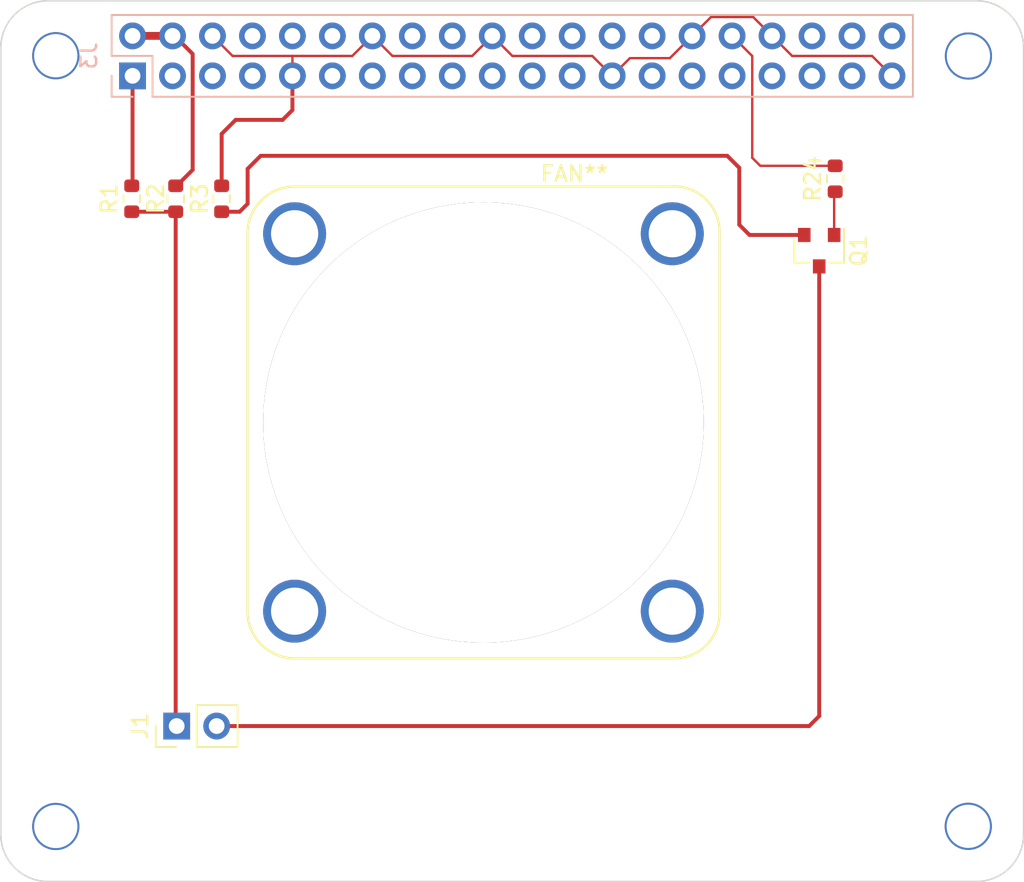
<source format=kicad_pcb>
(kicad_pcb (version 20171130) (host pcbnew "(5.1.9)-1")

  (general
    (thickness 1.6)
    (drawings 52)
    (tracks 55)
    (zones 0)
    (modules 12)
    (nets 37)
  )

  (page A4)
  (layers
    (0 F.Cu signal)
    (31 B.Cu signal)
    (32 B.Adhes user)
    (33 F.Adhes user)
    (34 B.Paste user)
    (35 F.Paste user)
    (36 B.SilkS user)
    (37 F.SilkS user)
    (38 B.Mask user)
    (39 F.Mask user)
    (40 Dwgs.User user)
    (41 Cmts.User user)
    (42 Eco1.User user)
    (43 Eco2.User user)
    (44 Edge.Cuts user)
    (45 Margin user)
    (46 B.CrtYd user)
    (47 F.CrtYd user)
    (48 B.Fab user)
    (49 F.Fab user)
  )

  (setup
    (last_trace_width 0.25)
    (user_trace_width 0.15)
    (user_trace_width 0.2)
    (user_trace_width 0.25)
    (user_trace_width 0.4)
    (user_trace_width 0.5)
    (user_trace_width 0.6)
    (user_trace_width 1)
    (user_trace_width 2)
    (trace_clearance 0.2)
    (zone_clearance 0.2)
    (zone_45_only yes)
    (trace_min 0.15)
    (via_size 0.4)
    (via_drill 0.2)
    (via_min_size 0.4)
    (via_min_drill 0.2)
    (uvia_size 0.3)
    (uvia_drill 0.1)
    (uvias_allowed no)
    (uvia_min_size 0.2)
    (uvia_min_drill 0.1)
    (edge_width 0.15)
    (segment_width 0.15)
    (pcb_text_width 0.3)
    (pcb_text_size 1.5 1.5)
    (mod_edge_width 0.15)
    (mod_text_size 0.6 0.6)
    (mod_text_width 0.09)
    (pad_size 1.524 1.524)
    (pad_drill 0.762)
    (pad_to_mask_clearance 0.1)
    (aux_axis_origin 0 0)
    (visible_elements 7FFFFE3F)
    (pcbplotparams
      (layerselection 0x010fc_ffffffff)
      (usegerberextensions true)
      (usegerberattributes false)
      (usegerberadvancedattributes false)
      (creategerberjobfile false)
      (excludeedgelayer false)
      (linewidth 0.100000)
      (plotframeref false)
      (viasonmask false)
      (mode 1)
      (useauxorigin false)
      (hpglpennumber 1)
      (hpglpenspeed 20)
      (hpglpendiameter 15.000000)
      (psnegative false)
      (psa4output false)
      (plotreference true)
      (plotvalue false)
      (plotinvisibletext false)
      (padsonsilk true)
      (subtractmaskfromsilk false)
      (outputformat 1)
      (mirror false)
      (drillshape 0)
      (scaleselection 1)
      (outputdirectory "output/"))
  )

  (net 0 "")
  (net 1 "Net-(Q1-Pad1)")
  (net 2 /P3V3_HAT)
  (net 3 /P5V_HAT)
  (net 4 "Net-(J1-Pad2)")
  (net 5 "Net-(J3-Pad3)")
  (net 6 "Net-(J3-Pad5)")
  (net 7 /GND)
  (net 8 "Net-(J3-Pad7)")
  (net 9 "Net-(J3-Pad8)")
  (net 10 "Net-(J3-Pad10)")
  (net 11 "Net-(J3-Pad11)")
  (net 12 "Net-(J3-Pad12)")
  (net 13 "Net-(J3-Pad13)")
  (net 14 "Net-(J3-Pad15)")
  (net 15 "Net-(J3-Pad16)")
  (net 16 "Net-(J3-Pad17)")
  (net 17 "Net-(J3-Pad18)")
  (net 18 "Net-(J3-Pad19)")
  (net 19 "Net-(J3-Pad21)")
  (net 20 "Net-(J3-Pad22)")
  (net 21 "Net-(J3-Pad23)")
  (net 22 "Net-(J3-Pad24)")
  (net 23 "Net-(J3-Pad26)")
  (net 24 "Net-(J3-Pad27)")
  (net 25 "Net-(J3-Pad28)")
  (net 26 "Net-(J3-Pad29)")
  (net 27 "Net-(J3-Pad31)")
  (net 28 /PWM0)
  (net 29 "Net-(J3-Pad33)")
  (net 30 "Net-(J3-Pad35)")
  (net 31 "Net-(J3-Pad36)")
  (net 32 "Net-(J3-Pad37)")
  (net 33 "Net-(J3-Pad38)")
  (net 34 "Net-(J3-Pad40)")
  (net 35 /Power)
  (net 36 "Net-(Q1-Pad2)")

  (net_class Default "This is the default net class."
    (clearance 0.2)
    (trace_width 0.15)
    (via_dia 0.4)
    (via_drill 0.2)
    (uvia_dia 0.3)
    (uvia_drill 0.1)
    (add_net /GND)
    (add_net /P3V3_HAT)
    (add_net /P5V_HAT)
    (add_net /PWM0)
    (add_net /Power)
    (add_net "Net-(J1-Pad2)")
    (add_net "Net-(J3-Pad10)")
    (add_net "Net-(J3-Pad11)")
    (add_net "Net-(J3-Pad12)")
    (add_net "Net-(J3-Pad13)")
    (add_net "Net-(J3-Pad15)")
    (add_net "Net-(J3-Pad16)")
    (add_net "Net-(J3-Pad17)")
    (add_net "Net-(J3-Pad18)")
    (add_net "Net-(J3-Pad19)")
    (add_net "Net-(J3-Pad21)")
    (add_net "Net-(J3-Pad22)")
    (add_net "Net-(J3-Pad23)")
    (add_net "Net-(J3-Pad24)")
    (add_net "Net-(J3-Pad26)")
    (add_net "Net-(J3-Pad27)")
    (add_net "Net-(J3-Pad28)")
    (add_net "Net-(J3-Pad29)")
    (add_net "Net-(J3-Pad3)")
    (add_net "Net-(J3-Pad31)")
    (add_net "Net-(J3-Pad33)")
    (add_net "Net-(J3-Pad35)")
    (add_net "Net-(J3-Pad36)")
    (add_net "Net-(J3-Pad37)")
    (add_net "Net-(J3-Pad38)")
    (add_net "Net-(J3-Pad40)")
    (add_net "Net-(J3-Pad5)")
    (add_net "Net-(J3-Pad7)")
    (add_net "Net-(J3-Pad8)")
    (add_net "Net-(Q1-Pad1)")
    (add_net "Net-(Q1-Pad2)")
  )

  (module FAN:FAN_3x3mm (layer F.Cu) (tedit 604B66B7) (tstamp 604BF73B)
    (at 97.22 75.63)
    (fp_text reference FAN** (at 17.78 -3.81) (layer F.SilkS)
      (effects (font (size 1 1) (thickness 0.15)))
    )
    (fp_text value FAN_3x3mm (at 10.16 -3.81) (layer F.Fab)
      (effects (font (size 1 1) (thickness 0.15)))
    )
    (fp_line (start 0 -3) (end 24 -3) (layer F.SilkS) (width 0.15))
    (fp_line (start 0 27) (end 24 27) (layer F.SilkS) (width 0.15))
    (fp_line (start -3 0) (end -3 24) (layer F.SilkS) (width 0.15))
    (fp_line (start 27 0) (end 27 24) (layer F.SilkS) (width 0.15))
    (fp_arc (start 0 23.997186) (end -3 24) (angle -89.9) (layer F.SilkS) (width 0.15))
    (fp_arc (start 24.13 24.13) (end 24.000001 26.999999) (angle -95.2) (layer F.SilkS) (width 0.15))
    (fp_arc (start 24.12425 -0.132691) (end 27 0) (angle -95.1) (layer F.SilkS) (width 0.15))
    (fp_arc (start 0 0) (end 0 -3) (angle -90) (layer F.SilkS) (width 0.15))
    (pad 5 thru_hole circle (at 12 12) (size 28 28) (drill 28) (layers *.Cu *.Mask))
    (pad 4 thru_hole circle (at 0 24) (size 4 4) (drill 3) (layers *.Cu *.Mask))
    (pad 3 thru_hole circle (at 24 24) (size 4 4) (drill 3) (layers *.Cu *.Mask))
    (pad 2 thru_hole circle (at 24 0) (size 4 4) (drill 3) (layers *.Cu *.Mask))
    (pad 1 thru_hole circle (at 0 0) (size 4 4) (drill 3) (layers *.Cu *.Mask))
  )

  (module Resistor_SMD:R_0603_1608Metric (layer F.Cu) (tedit 5F68FEEE) (tstamp 604BF27E)
    (at 92.583 73.406 270)
    (descr "Resistor SMD 0603 (1608 Metric), square (rectangular) end terminal, IPC_7351 nominal, (Body size source: IPC-SM-782 page 72, https://www.pcb-3d.com/wordpress/wp-content/uploads/ipc-sm-782a_amendment_1_and_2.pdf), generated with kicad-footprint-generator")
    (tags resistor)
    (path /604D1839)
    (attr smd)
    (fp_text reference R3 (at 0 1.397 90) (layer F.SilkS)
      (effects (font (size 1 1) (thickness 0.15)))
    )
    (fp_text value 0 (at 0 1.43 90) (layer F.Fab)
      (effects (font (size 1 1) (thickness 0.15)))
    )
    (fp_line (start 1.48 0.73) (end -1.48 0.73) (layer F.CrtYd) (width 0.05))
    (fp_line (start 1.48 -0.73) (end 1.48 0.73) (layer F.CrtYd) (width 0.05))
    (fp_line (start -1.48 -0.73) (end 1.48 -0.73) (layer F.CrtYd) (width 0.05))
    (fp_line (start -1.48 0.73) (end -1.48 -0.73) (layer F.CrtYd) (width 0.05))
    (fp_line (start -0.237258 0.5225) (end 0.237258 0.5225) (layer F.SilkS) (width 0.12))
    (fp_line (start -0.237258 -0.5225) (end 0.237258 -0.5225) (layer F.SilkS) (width 0.12))
    (fp_line (start 0.8 0.4125) (end -0.8 0.4125) (layer F.Fab) (width 0.1))
    (fp_line (start 0.8 -0.4125) (end 0.8 0.4125) (layer F.Fab) (width 0.1))
    (fp_line (start -0.8 -0.4125) (end 0.8 -0.4125) (layer F.Fab) (width 0.1))
    (fp_line (start -0.8 0.4125) (end -0.8 -0.4125) (layer F.Fab) (width 0.1))
    (fp_text user %R (at 0 0 90) (layer F.Fab)
      (effects (font (size 0.4 0.4) (thickness 0.06)))
    )
    (pad 2 smd roundrect (at 0.825 0 270) (size 0.8 0.95) (layers F.Cu F.Paste F.Mask) (roundrect_rratio 0.25)
      (net 36 "Net-(Q1-Pad2)"))
    (pad 1 smd roundrect (at -0.825 0 270) (size 0.8 0.95) (layers F.Cu F.Paste F.Mask) (roundrect_rratio 0.25)
      (net 7 /GND))
    (model ${KISYS3DMOD}/Resistor_SMD.3dshapes/R_0603_1608Metric.wrl
      (at (xyz 0 0 0))
      (scale (xyz 1 1 1))
      (rotate (xyz 0 0 0))
    )
  )

  (module Resistor_SMD:R_0603_1608Metric (layer F.Cu) (tedit 5F68FEEE) (tstamp 604BF373)
    (at 131.572 72.136 90)
    (descr "Resistor SMD 0603 (1608 Metric), square (rectangular) end terminal, IPC_7351 nominal, (Body size source: IPC-SM-782 page 72, https://www.pcb-3d.com/wordpress/wp-content/uploads/ipc-sm-782a_amendment_1_and_2.pdf), generated with kicad-footprint-generator")
    (tags resistor)
    (path /58E158A1)
    (attr smd)
    (fp_text reference R24 (at 0 -1.43 90) (layer F.SilkS)
      (effects (font (size 1 1) (thickness 0.15)))
    )
    (fp_text value 1K (at 0 1.43 90) (layer F.Fab)
      (effects (font (size 1 1) (thickness 0.15)))
    )
    (fp_line (start 1.48 0.73) (end -1.48 0.73) (layer F.CrtYd) (width 0.05))
    (fp_line (start 1.48 -0.73) (end 1.48 0.73) (layer F.CrtYd) (width 0.05))
    (fp_line (start -1.48 -0.73) (end 1.48 -0.73) (layer F.CrtYd) (width 0.05))
    (fp_line (start -1.48 0.73) (end -1.48 -0.73) (layer F.CrtYd) (width 0.05))
    (fp_line (start -0.237258 0.5225) (end 0.237258 0.5225) (layer F.SilkS) (width 0.12))
    (fp_line (start -0.237258 -0.5225) (end 0.237258 -0.5225) (layer F.SilkS) (width 0.12))
    (fp_line (start 0.8 0.4125) (end -0.8 0.4125) (layer F.Fab) (width 0.1))
    (fp_line (start 0.8 -0.4125) (end 0.8 0.4125) (layer F.Fab) (width 0.1))
    (fp_line (start -0.8 -0.4125) (end 0.8 -0.4125) (layer F.Fab) (width 0.1))
    (fp_line (start -0.8 0.4125) (end -0.8 -0.4125) (layer F.Fab) (width 0.1))
    (fp_text user %R (at 0 0 90) (layer F.Fab)
      (effects (font (size 0.4 0.4) (thickness 0.06)))
    )
    (pad 2 smd roundrect (at 0.825 0 90) (size 0.8 0.95) (layers F.Cu F.Paste F.Mask) (roundrect_rratio 0.25)
      (net 28 /PWM0))
    (pad 1 smd roundrect (at -0.825 0 90) (size 0.8 0.95) (layers F.Cu F.Paste F.Mask) (roundrect_rratio 0.25)
      (net 1 "Net-(Q1-Pad1)"))
    (model ${KISYS3DMOD}/Resistor_SMD.3dshapes/R_0603_1608Metric.wrl
      (at (xyz 0 0 0))
      (scale (xyz 1 1 1))
      (rotate (xyz 0 0 0))
    )
  )

  (module Resistor_SMD:R_0603_1608Metric (layer F.Cu) (tedit 5F68FEEE) (tstamp 604BFAF1)
    (at 89.662 73.406 90)
    (descr "Resistor SMD 0603 (1608 Metric), square (rectangular) end terminal, IPC_7351 nominal, (Body size source: IPC-SM-782 page 72, https://www.pcb-3d.com/wordpress/wp-content/uploads/ipc-sm-782a_amendment_1_and_2.pdf), generated with kicad-footprint-generator")
    (tags resistor)
    (path /604CD2D1)
    (attr smd)
    (fp_text reference R2 (at 0 -1.27 90) (layer F.SilkS)
      (effects (font (size 1 1) (thickness 0.15)))
    )
    (fp_text value 0 (at 0 1.43 90) (layer F.Fab)
      (effects (font (size 1 1) (thickness 0.15)))
    )
    (fp_line (start 1.48 0.73) (end -1.48 0.73) (layer F.CrtYd) (width 0.05))
    (fp_line (start 1.48 -0.73) (end 1.48 0.73) (layer F.CrtYd) (width 0.05))
    (fp_line (start -1.48 -0.73) (end 1.48 -0.73) (layer F.CrtYd) (width 0.05))
    (fp_line (start -1.48 0.73) (end -1.48 -0.73) (layer F.CrtYd) (width 0.05))
    (fp_line (start -0.237258 0.5225) (end 0.237258 0.5225) (layer F.SilkS) (width 0.12))
    (fp_line (start -0.237258 -0.5225) (end 0.237258 -0.5225) (layer F.SilkS) (width 0.12))
    (fp_line (start 0.8 0.4125) (end -0.8 0.4125) (layer F.Fab) (width 0.1))
    (fp_line (start 0.8 -0.4125) (end 0.8 0.4125) (layer F.Fab) (width 0.1))
    (fp_line (start -0.8 -0.4125) (end 0.8 -0.4125) (layer F.Fab) (width 0.1))
    (fp_line (start -0.8 0.4125) (end -0.8 -0.4125) (layer F.Fab) (width 0.1))
    (fp_text user %R (at 0 0 90) (layer F.Fab)
      (effects (font (size 0.4 0.4) (thickness 0.06)))
    )
    (pad 2 smd roundrect (at 0.825 0 90) (size 0.8 0.95) (layers F.Cu F.Paste F.Mask) (roundrect_rratio 0.25)
      (net 3 /P5V_HAT))
    (pad 1 smd roundrect (at -0.825 0 90) (size 0.8 0.95) (layers F.Cu F.Paste F.Mask) (roundrect_rratio 0.25)
      (net 35 /Power))
    (model ${KISYS3DMOD}/Resistor_SMD.3dshapes/R_0603_1608Metric.wrl
      (at (xyz 0 0 0))
      (scale (xyz 1 1 1))
      (rotate (xyz 0 0 0))
    )
  )

  (module Resistor_SMD:R_0603_1608Metric (layer F.Cu) (tedit 5F68FEEE) (tstamp 604BE256)
    (at 86.868 73.406 90)
    (descr "Resistor SMD 0603 (1608 Metric), square (rectangular) end terminal, IPC_7351 nominal, (Body size source: IPC-SM-782 page 72, https://www.pcb-3d.com/wordpress/wp-content/uploads/ipc-sm-782a_amendment_1_and_2.pdf), generated with kicad-footprint-generator")
    (tags resistor)
    (path /604CCCDA)
    (attr smd)
    (fp_text reference R1 (at 0 -1.43 90) (layer F.SilkS)
      (effects (font (size 1 1) (thickness 0.15)))
    )
    (fp_text value 0 (at 0 1.43 90) (layer F.Fab)
      (effects (font (size 1 1) (thickness 0.15)))
    )
    (fp_line (start 1.48 0.73) (end -1.48 0.73) (layer F.CrtYd) (width 0.05))
    (fp_line (start 1.48 -0.73) (end 1.48 0.73) (layer F.CrtYd) (width 0.05))
    (fp_line (start -1.48 -0.73) (end 1.48 -0.73) (layer F.CrtYd) (width 0.05))
    (fp_line (start -1.48 0.73) (end -1.48 -0.73) (layer F.CrtYd) (width 0.05))
    (fp_line (start -0.237258 0.5225) (end 0.237258 0.5225) (layer F.SilkS) (width 0.12))
    (fp_line (start -0.237258 -0.5225) (end 0.237258 -0.5225) (layer F.SilkS) (width 0.12))
    (fp_line (start 0.8 0.4125) (end -0.8 0.4125) (layer F.Fab) (width 0.1))
    (fp_line (start 0.8 -0.4125) (end 0.8 0.4125) (layer F.Fab) (width 0.1))
    (fp_line (start -0.8 -0.4125) (end 0.8 -0.4125) (layer F.Fab) (width 0.1))
    (fp_line (start -0.8 0.4125) (end -0.8 -0.4125) (layer F.Fab) (width 0.1))
    (fp_text user %R (at 0 0 90) (layer F.Fab)
      (effects (font (size 0.4 0.4) (thickness 0.06)))
    )
    (pad 2 smd roundrect (at 0.825 0 90) (size 0.8 0.95) (layers F.Cu F.Paste F.Mask) (roundrect_rratio 0.25)
      (net 2 /P3V3_HAT))
    (pad 1 smd roundrect (at -0.825 0 90) (size 0.8 0.95) (layers F.Cu F.Paste F.Mask) (roundrect_rratio 0.25)
      (net 35 /Power))
    (model ${KISYS3DMOD}/Resistor_SMD.3dshapes/R_0603_1608Metric.wrl
      (at (xyz 0 0 0))
      (scale (xyz 1 1 1))
      (rotate (xyz 0 0 0))
    )
  )

  (module Package_TO_SOT_SMD:SOT-23 (layer F.Cu) (tedit 5A02FF57) (tstamp 604BFA6F)
    (at 130.556 76.708 270)
    (descr "SOT-23, Standard")
    (tags SOT-23)
    (path /58E14EB1)
    (attr smd)
    (fp_text reference Q1 (at 0 -2.5 90) (layer F.SilkS)
      (effects (font (size 1 1) (thickness 0.15)))
    )
    (fp_text value DMG2305UX (at 0 2.5 90) (layer F.Fab)
      (effects (font (size 1 1) (thickness 0.15)))
    )
    (fp_line (start 0.76 1.58) (end -0.7 1.58) (layer F.SilkS) (width 0.12))
    (fp_line (start 0.76 -1.58) (end -1.4 -1.58) (layer F.SilkS) (width 0.12))
    (fp_line (start -1.7 1.75) (end -1.7 -1.75) (layer F.CrtYd) (width 0.05))
    (fp_line (start 1.7 1.75) (end -1.7 1.75) (layer F.CrtYd) (width 0.05))
    (fp_line (start 1.7 -1.75) (end 1.7 1.75) (layer F.CrtYd) (width 0.05))
    (fp_line (start -1.7 -1.75) (end 1.7 -1.75) (layer F.CrtYd) (width 0.05))
    (fp_line (start 0.76 -1.58) (end 0.76 -0.65) (layer F.SilkS) (width 0.12))
    (fp_line (start 0.76 1.58) (end 0.76 0.65) (layer F.SilkS) (width 0.12))
    (fp_line (start -0.7 1.52) (end 0.7 1.52) (layer F.Fab) (width 0.1))
    (fp_line (start 0.7 -1.52) (end 0.7 1.52) (layer F.Fab) (width 0.1))
    (fp_line (start -0.7 -0.95) (end -0.15 -1.52) (layer F.Fab) (width 0.1))
    (fp_line (start -0.15 -1.52) (end 0.7 -1.52) (layer F.Fab) (width 0.1))
    (fp_line (start -0.7 -0.95) (end -0.7 1.5) (layer F.Fab) (width 0.1))
    (fp_text user %R (at 0 0) (layer F.Fab)
      (effects (font (size 0.5 0.5) (thickness 0.075)))
    )
    (pad 3 smd rect (at 1 0 270) (size 0.9 0.8) (layers F.Cu F.Paste F.Mask)
      (net 4 "Net-(J1-Pad2)"))
    (pad 2 smd rect (at -1 0.95 270) (size 0.9 0.8) (layers F.Cu F.Paste F.Mask)
      (net 36 "Net-(Q1-Pad2)"))
    (pad 1 smd rect (at -1 -0.95 270) (size 0.9 0.8) (layers F.Cu F.Paste F.Mask)
      (net 1 "Net-(Q1-Pad1)"))
    (model ${KISYS3DMOD}/Package_TO_SOT_SMD.3dshapes/SOT-23.wrl
      (at (xyz 0 0 0))
      (scale (xyz 1 1 1))
      (rotate (xyz 0 0 0))
    )
  )

  (module Connector_PinHeader_2.54mm:PinHeader_1x02_P2.54mm_Vertical (layer F.Cu) (tedit 59FED5CC) (tstamp 604BF3BE)
    (at 89.7255 106.934 90)
    (descr "Through hole straight pin header, 1x02, 2.54mm pitch, single row")
    (tags "Through hole pin header THT 1x02 2.54mm single row")
    (path /604CF823)
    (fp_text reference J1 (at 0 -2.33 90) (layer F.SilkS)
      (effects (font (size 1 1) (thickness 0.15)))
    )
    (fp_text value Conn_01x02 (at 0 4.87 90) (layer F.Fab)
      (effects (font (size 1 1) (thickness 0.15)))
    )
    (fp_line (start 1.8 -1.8) (end -1.8 -1.8) (layer F.CrtYd) (width 0.05))
    (fp_line (start 1.8 4.35) (end 1.8 -1.8) (layer F.CrtYd) (width 0.05))
    (fp_line (start -1.8 4.35) (end 1.8 4.35) (layer F.CrtYd) (width 0.05))
    (fp_line (start -1.8 -1.8) (end -1.8 4.35) (layer F.CrtYd) (width 0.05))
    (fp_line (start -1.33 -1.33) (end 0 -1.33) (layer F.SilkS) (width 0.12))
    (fp_line (start -1.33 0) (end -1.33 -1.33) (layer F.SilkS) (width 0.12))
    (fp_line (start -1.33 1.27) (end 1.33 1.27) (layer F.SilkS) (width 0.12))
    (fp_line (start 1.33 1.27) (end 1.33 3.87) (layer F.SilkS) (width 0.12))
    (fp_line (start -1.33 1.27) (end -1.33 3.87) (layer F.SilkS) (width 0.12))
    (fp_line (start -1.33 3.87) (end 1.33 3.87) (layer F.SilkS) (width 0.12))
    (fp_line (start -1.27 -0.635) (end -0.635 -1.27) (layer F.Fab) (width 0.1))
    (fp_line (start -1.27 3.81) (end -1.27 -0.635) (layer F.Fab) (width 0.1))
    (fp_line (start 1.27 3.81) (end -1.27 3.81) (layer F.Fab) (width 0.1))
    (fp_line (start 1.27 -1.27) (end 1.27 3.81) (layer F.Fab) (width 0.1))
    (fp_line (start -0.635 -1.27) (end 1.27 -1.27) (layer F.Fab) (width 0.1))
    (fp_text user %R (at 0 1.27) (layer F.Fab)
      (effects (font (size 1 1) (thickness 0.15)))
    )
    (pad 2 thru_hole oval (at 0 2.54 90) (size 1.7 1.7) (drill 1) (layers *.Cu *.Mask)
      (net 4 "Net-(J1-Pad2)"))
    (pad 1 thru_hole rect (at 0 0 90) (size 1.7 1.7) (drill 1) (layers *.Cu *.Mask)
      (net 35 /Power))
    (model ${KISYS3DMOD}/Connector_PinHeader_2.54mm.3dshapes/PinHeader_1x02_P2.54mm_Vertical.wrl
      (at (xyz 0 0 0))
      (scale (xyz 1 1 1))
      (rotate (xyz 0 0 0))
    )
  )

  (module Connector_PinSocket_2.54mm:PinSocket_2x20_P2.54mm_Vertical locked (layer B.Cu) (tedit 5A19A433) (tstamp 5A78A50E)
    (at 86.92 65.59 270)
    (descr "Through hole straight socket strip, 2x20, 2.54mm pitch, double cols (from Kicad 4.0.7), script generated")
    (tags "Through hole socket strip THT 2x20 2.54mm double row")
    (path /58DFC771)
    (fp_text reference J3 (at -1.27 2.77 270) (layer B.SilkS)
      (effects (font (size 1 1) (thickness 0.15)) (justify mirror))
    )
    (fp_text value 40HAT (at -1.27 -51.03 270) (layer B.Fab)
      (effects (font (size 0.6 0.6) (thickness 0.09)) (justify mirror))
    )
    (fp_line (start -3.81 1.27) (end 0.27 1.27) (layer B.Fab) (width 0.1))
    (fp_line (start 0.27 1.27) (end 1.27 0.27) (layer B.Fab) (width 0.1))
    (fp_line (start 1.27 0.27) (end 1.27 -49.53) (layer B.Fab) (width 0.1))
    (fp_line (start 1.27 -49.53) (end -3.81 -49.53) (layer B.Fab) (width 0.1))
    (fp_line (start -3.81 -49.53) (end -3.81 1.27) (layer B.Fab) (width 0.1))
    (fp_line (start -3.87 1.33) (end -1.27 1.33) (layer B.SilkS) (width 0.12))
    (fp_line (start -3.87 1.33) (end -3.87 -49.59) (layer B.SilkS) (width 0.12))
    (fp_line (start -3.87 -49.59) (end 1.33 -49.59) (layer B.SilkS) (width 0.12))
    (fp_line (start 1.33 -1.27) (end 1.33 -49.59) (layer B.SilkS) (width 0.12))
    (fp_line (start -1.27 -1.27) (end 1.33 -1.27) (layer B.SilkS) (width 0.12))
    (fp_line (start -1.27 1.33) (end -1.27 -1.27) (layer B.SilkS) (width 0.12))
    (fp_line (start 1.33 1.33) (end 1.33 0) (layer B.SilkS) (width 0.12))
    (fp_line (start 0 1.33) (end 1.33 1.33) (layer B.SilkS) (width 0.12))
    (fp_line (start -4.34 1.8) (end 1.76 1.8) (layer B.CrtYd) (width 0.05))
    (fp_line (start 1.76 1.8) (end 1.76 -50) (layer B.CrtYd) (width 0.05))
    (fp_line (start 1.76 -50) (end -4.34 -50) (layer B.CrtYd) (width 0.05))
    (fp_line (start -4.34 -50) (end -4.34 1.8) (layer B.CrtYd) (width 0.05))
    (fp_text user %R (at -1.27 -24.13 180) (layer B.Fab)
      (effects (font (size 1 1) (thickness 0.15)) (justify mirror))
    )
    (pad 1 thru_hole rect (at 0 0 270) (size 1.7 1.7) (drill 1) (layers *.Cu *.Mask)
      (net 2 /P3V3_HAT))
    (pad 2 thru_hole oval (at -2.54 0 270) (size 1.7 1.7) (drill 1) (layers *.Cu *.Mask)
      (net 3 /P5V_HAT))
    (pad 3 thru_hole oval (at 0 -2.54 270) (size 1.7 1.7) (drill 1) (layers *.Cu *.Mask)
      (net 5 "Net-(J3-Pad3)"))
    (pad 4 thru_hole oval (at -2.54 -2.54 270) (size 1.7 1.7) (drill 1) (layers *.Cu *.Mask)
      (net 3 /P5V_HAT))
    (pad 5 thru_hole oval (at 0 -5.08 270) (size 1.7 1.7) (drill 1) (layers *.Cu *.Mask)
      (net 6 "Net-(J3-Pad5)"))
    (pad 6 thru_hole oval (at -2.54 -5.08 270) (size 1.7 1.7) (drill 1) (layers *.Cu *.Mask)
      (net 7 /GND))
    (pad 7 thru_hole oval (at 0 -7.62 270) (size 1.7 1.7) (drill 1) (layers *.Cu *.Mask)
      (net 8 "Net-(J3-Pad7)"))
    (pad 8 thru_hole oval (at -2.54 -7.62 270) (size 1.7 1.7) (drill 1) (layers *.Cu *.Mask)
      (net 9 "Net-(J3-Pad8)"))
    (pad 9 thru_hole oval (at 0 -10.16 270) (size 1.7 1.7) (drill 1) (layers *.Cu *.Mask)
      (net 7 /GND))
    (pad 10 thru_hole oval (at -2.54 -10.16 270) (size 1.7 1.7) (drill 1) (layers *.Cu *.Mask)
      (net 10 "Net-(J3-Pad10)"))
    (pad 11 thru_hole oval (at 0 -12.7 270) (size 1.7 1.7) (drill 1) (layers *.Cu *.Mask)
      (net 11 "Net-(J3-Pad11)"))
    (pad 12 thru_hole oval (at -2.54 -12.7 270) (size 1.7 1.7) (drill 1) (layers *.Cu *.Mask)
      (net 12 "Net-(J3-Pad12)"))
    (pad 13 thru_hole oval (at 0 -15.24 270) (size 1.7 1.7) (drill 1) (layers *.Cu *.Mask)
      (net 13 "Net-(J3-Pad13)"))
    (pad 14 thru_hole oval (at -2.54 -15.24 270) (size 1.7 1.7) (drill 1) (layers *.Cu *.Mask)
      (net 7 /GND))
    (pad 15 thru_hole oval (at 0 -17.78 270) (size 1.7 1.7) (drill 1) (layers *.Cu *.Mask)
      (net 14 "Net-(J3-Pad15)"))
    (pad 16 thru_hole oval (at -2.54 -17.78 270) (size 1.7 1.7) (drill 1) (layers *.Cu *.Mask)
      (net 15 "Net-(J3-Pad16)"))
    (pad 17 thru_hole oval (at 0 -20.32 270) (size 1.7 1.7) (drill 1) (layers *.Cu *.Mask)
      (net 16 "Net-(J3-Pad17)"))
    (pad 18 thru_hole oval (at -2.54 -20.32 270) (size 1.7 1.7) (drill 1) (layers *.Cu *.Mask)
      (net 17 "Net-(J3-Pad18)"))
    (pad 19 thru_hole oval (at 0 -22.86 270) (size 1.7 1.7) (drill 1) (layers *.Cu *.Mask)
      (net 18 "Net-(J3-Pad19)"))
    (pad 20 thru_hole oval (at -2.54 -22.86 270) (size 1.7 1.7) (drill 1) (layers *.Cu *.Mask)
      (net 7 /GND))
    (pad 21 thru_hole oval (at 0 -25.4 270) (size 1.7 1.7) (drill 1) (layers *.Cu *.Mask)
      (net 19 "Net-(J3-Pad21)"))
    (pad 22 thru_hole oval (at -2.54 -25.4 270) (size 1.7 1.7) (drill 1) (layers *.Cu *.Mask)
      (net 20 "Net-(J3-Pad22)"))
    (pad 23 thru_hole oval (at 0 -27.94 270) (size 1.7 1.7) (drill 1) (layers *.Cu *.Mask)
      (net 21 "Net-(J3-Pad23)"))
    (pad 24 thru_hole oval (at -2.54 -27.94 270) (size 1.7 1.7) (drill 1) (layers *.Cu *.Mask)
      (net 22 "Net-(J3-Pad24)"))
    (pad 25 thru_hole oval (at 0 -30.48 270) (size 1.7 1.7) (drill 1) (layers *.Cu *.Mask)
      (net 7 /GND))
    (pad 26 thru_hole oval (at -2.54 -30.48 270) (size 1.7 1.7) (drill 1) (layers *.Cu *.Mask)
      (net 23 "Net-(J3-Pad26)"))
    (pad 27 thru_hole oval (at 0 -33.02 270) (size 1.7 1.7) (drill 1) (layers *.Cu *.Mask)
      (net 24 "Net-(J3-Pad27)"))
    (pad 28 thru_hole oval (at -2.54 -33.02 270) (size 1.7 1.7) (drill 1) (layers *.Cu *.Mask)
      (net 25 "Net-(J3-Pad28)"))
    (pad 29 thru_hole oval (at 0 -35.56 270) (size 1.7 1.7) (drill 1) (layers *.Cu *.Mask)
      (net 26 "Net-(J3-Pad29)"))
    (pad 30 thru_hole oval (at -2.54 -35.56 270) (size 1.7 1.7) (drill 1) (layers *.Cu *.Mask)
      (net 7 /GND))
    (pad 31 thru_hole oval (at 0 -38.1 270) (size 1.7 1.7) (drill 1) (layers *.Cu *.Mask)
      (net 27 "Net-(J3-Pad31)"))
    (pad 32 thru_hole oval (at -2.54 -38.1 270) (size 1.7 1.7) (drill 1) (layers *.Cu *.Mask)
      (net 28 /PWM0))
    (pad 33 thru_hole oval (at 0 -40.64 270) (size 1.7 1.7) (drill 1) (layers *.Cu *.Mask)
      (net 29 "Net-(J3-Pad33)"))
    (pad 34 thru_hole oval (at -2.54 -40.64 270) (size 1.7 1.7) (drill 1) (layers *.Cu *.Mask)
      (net 7 /GND))
    (pad 35 thru_hole oval (at 0 -43.18 270) (size 1.7 1.7) (drill 1) (layers *.Cu *.Mask)
      (net 30 "Net-(J3-Pad35)"))
    (pad 36 thru_hole oval (at -2.54 -43.18 270) (size 1.7 1.7) (drill 1) (layers *.Cu *.Mask)
      (net 31 "Net-(J3-Pad36)"))
    (pad 37 thru_hole oval (at 0 -45.72 270) (size 1.7 1.7) (drill 1) (layers *.Cu *.Mask)
      (net 32 "Net-(J3-Pad37)"))
    (pad 38 thru_hole oval (at -2.54 -45.72 270) (size 1.7 1.7) (drill 1) (layers *.Cu *.Mask)
      (net 33 "Net-(J3-Pad38)"))
    (pad 39 thru_hole oval (at 0 -48.26 270) (size 1.7 1.7) (drill 1) (layers *.Cu *.Mask)
      (net 7 /GND))
    (pad 40 thru_hole oval (at -2.54 -48.26 270) (size 1.7 1.7) (drill 1) (layers *.Cu *.Mask)
      (net 34 "Net-(J3-Pad40)"))
    (model ${KISYS3DMOD}/Connector_PinSocket_2.54mm.3dshapes/PinSocket_2x20_P2.54mm_Vertical.wrl
      (at (xyz 0 0 0))
      (scale (xyz 1 1 1))
      (rotate (xyz 0 0 0))
    )
  )

  (module project_footprints:NPTH_3mm_ID locked (layer F.Cu) (tedit 5A6D0885) (tstamp 58E3B082)
    (at 82.04 64.31)
    (path /5834BC4A)
    (fp_text reference H1 (at 0.06 0.09) (layer F.SilkS)
      (effects (font (size 1 1) (thickness 0.15)))
    )
    (fp_text value 3mm_Mounting_Hole (at 0 -2.7) (layer F.Fab) hide
      (effects (font (size 0.6 0.6) (thickness 0.09)))
    )
    (pad "" np_thru_hole circle (at 0 0) (size 3 3) (drill 2.75) (layers *.Cu *.Mask)
      (clearance 1.6))
  )

  (module project_footprints:NPTH_3mm_ID locked (layer F.Cu) (tedit 5A6D088A) (tstamp 58E3B086)
    (at 140.04 64.33)
    (path /5834BCDF)
    (fp_text reference H2 (at 0.06 0.09) (layer F.SilkS)
      (effects (font (size 1 1) (thickness 0.15)))
    )
    (fp_text value 3mm_Mounting_Hole (at 0 -2.7) (layer F.Fab) hide
      (effects (font (size 0.6 0.6) (thickness 0.09)))
    )
    (pad "" np_thru_hole circle (at 0 0) (size 3 3) (drill 2.75) (layers *.Cu *.Mask)
      (clearance 1.6))
  )

  (module project_footprints:NPTH_3mm_ID locked (layer F.Cu) (tedit 5A6D0898) (tstamp 58E3B08A)
    (at 82.04 113.32)
    (path /5834BD62)
    (fp_text reference H3 (at 0.06 0.09) (layer F.SilkS)
      (effects (font (size 1 1) (thickness 0.15)))
    )
    (fp_text value 3mm_Mounting_Hole (at 0 -2.7) (layer F.Fab) hide
      (effects (font (size 0.6 0.6) (thickness 0.09)))
    )
    (pad "" np_thru_hole circle (at 0 0) (size 3 3) (drill 2.75) (layers *.Cu *.Mask)
      (clearance 1.6))
  )

  (module project_footprints:NPTH_3mm_ID locked (layer F.Cu) (tedit 5A6D0891) (tstamp 58E3B08E)
    (at 140.03 113.31)
    (path /5834BDED)
    (fp_text reference H4 (at 0.06 0.09) (layer F.SilkS)
      (effects (font (size 1 1) (thickness 0.15)))
    )
    (fp_text value 3mm_Mounting_Hole (at 0 -2.7) (layer F.Fab) hide
      (effects (font (size 0.6 0.6) (thickness 0.09)))
    )
    (pad "" np_thru_hole circle (at 0 0) (size 3 3) (drill 2.75) (layers *.Cu *.Mask)
      (clearance 1.6))
  )

  (gr_line (start 78.546356 63.817611) (end 78.546356 113.817611) (layer Edge.Cuts) (width 0.1))
  (gr_arc (start 81.546356 63.817611) (end 81.546356 60.817611) (angle -90) (layer Edge.Cuts) (width 0.1))
  (gr_line (start 140.546356 60.817611) (end 81.546356 60.817611) (layer Edge.Cuts) (width 0.1))
  (gr_arc (start 140.546356 63.817611) (end 143.546356 63.817611) (angle -90) (layer Edge.Cuts) (width 0.1))
  (gr_line (start 143.546356 113.817611) (end 143.546356 63.817611) (layer Edge.Cuts) (width 0.1))
  (gr_circle (center 86.916356 63.047611) (end 87.416356 63.047611) (layer Dwgs.User) (width 0.1))
  (gr_circle (center 135.176356 63.047611) (end 135.676356 63.047611) (layer Dwgs.User) (width 0.1))
  (gr_circle (center 132.636356 63.047611) (end 133.136356 63.047611) (layer Dwgs.User) (width 0.1))
  (gr_circle (center 130.096356 63.047611) (end 130.596356 63.047611) (layer Dwgs.User) (width 0.1))
  (gr_circle (center 127.556356 63.047611) (end 128.056356 63.047611) (layer Dwgs.User) (width 0.1))
  (gr_circle (center 125.016356 63.047611) (end 125.516356 63.047611) (layer Dwgs.User) (width 0.1))
  (gr_circle (center 122.476356 63.047611) (end 122.976356 63.047611) (layer Dwgs.User) (width 0.1))
  (gr_circle (center 119.936356 63.047611) (end 120.436356 63.047611) (layer Dwgs.User) (width 0.1))
  (gr_circle (center 117.396356 63.047611) (end 117.896356 63.047611) (layer Dwgs.User) (width 0.1))
  (gr_circle (center 114.856356 63.047611) (end 115.356356 63.047611) (layer Dwgs.User) (width 0.1))
  (gr_circle (center 112.316356 63.047611) (end 112.816356 63.047611) (layer Dwgs.User) (width 0.1))
  (gr_circle (center 109.776356 63.047611) (end 110.276356 63.047611) (layer Dwgs.User) (width 0.1))
  (gr_circle (center 107.236356 63.047611) (end 107.736356 63.047611) (layer Dwgs.User) (width 0.1))
  (gr_circle (center 104.696356 63.047611) (end 105.196356 63.047611) (layer Dwgs.User) (width 0.1))
  (gr_circle (center 102.156356 63.047611) (end 102.656356 63.047611) (layer Dwgs.User) (width 0.1))
  (gr_circle (center 99.616356 63.047611) (end 100.116356 63.047611) (layer Dwgs.User) (width 0.1))
  (gr_circle (center 97.076356 63.047611) (end 97.576356 63.047611) (layer Dwgs.User) (width 0.1))
  (gr_circle (center 94.536356 63.047611) (end 95.036356 63.047611) (layer Dwgs.User) (width 0.1))
  (gr_circle (center 91.996356 63.047611) (end 92.496356 63.047611) (layer Dwgs.User) (width 0.1))
  (gr_circle (center 89.456356 63.047611) (end 89.956356 63.047611) (layer Dwgs.User) (width 0.1))
  (gr_circle (center 135.176356 65.587611) (end 135.676356 65.587611) (layer Dwgs.User) (width 0.1))
  (gr_circle (center 132.636356 65.587611) (end 133.136356 65.587611) (layer Dwgs.User) (width 0.1))
  (gr_circle (center 130.096356 65.587611) (end 130.596356 65.587611) (layer Dwgs.User) (width 0.1))
  (gr_circle (center 127.556356 65.587611) (end 128.056356 65.587611) (layer Dwgs.User) (width 0.1))
  (gr_circle (center 125.016356 65.587611) (end 125.516356 65.587611) (layer Dwgs.User) (width 0.1))
  (gr_circle (center 122.476356 65.587611) (end 122.976356 65.587611) (layer Dwgs.User) (width 0.1))
  (gr_circle (center 119.936356 65.587611) (end 120.436356 65.587611) (layer Dwgs.User) (width 0.1))
  (gr_circle (center 117.396356 65.587611) (end 117.896356 65.587611) (layer Dwgs.User) (width 0.1))
  (gr_circle (center 114.856356 65.587611) (end 115.356356 65.587611) (layer Dwgs.User) (width 0.1))
  (gr_circle (center 112.316356 65.587611) (end 112.816356 65.587611) (layer Dwgs.User) (width 0.1))
  (gr_circle (center 109.776356 65.587611) (end 110.276356 65.587611) (layer Dwgs.User) (width 0.1))
  (gr_circle (center 107.236356 65.587611) (end 107.736356 65.587611) (layer Dwgs.User) (width 0.1))
  (gr_circle (center 104.696356 65.587611) (end 105.196356 65.587611) (layer Dwgs.User) (width 0.1))
  (gr_circle (center 102.156356 65.587611) (end 102.656356 65.587611) (layer Dwgs.User) (width 0.1))
  (gr_circle (center 99.616356 65.587611) (end 100.116356 65.587611) (layer Dwgs.User) (width 0.1))
  (gr_circle (center 97.076356 65.587611) (end 97.576356 65.587611) (layer Dwgs.User) (width 0.1))
  (gr_circle (center 94.536356 65.587611) (end 95.036356 65.587611) (layer Dwgs.User) (width 0.1))
  (gr_circle (center 91.996356 65.587611) (end 92.496356 65.587611) (layer Dwgs.User) (width 0.1))
  (gr_circle (center 89.456356 65.587611) (end 89.956356 65.587611) (layer Dwgs.User) (width 0.1))
  (gr_circle (center 86.916356 65.587611) (end 87.416356 65.587611) (layer Dwgs.User) (width 0.1))
  (gr_circle (center 140.046356 113.317611) (end 141.421356 113.317611) (layer Dwgs.User) (width 0.1))
  (gr_circle (center 140.046356 64.317611) (end 141.421356 64.317611) (layer Dwgs.User) (width 0.1))
  (gr_circle (center 82.046356 64.317611) (end 83.421356 64.317611) (layer Dwgs.User) (width 0.1))
  (gr_circle (center 82.046356 113.317611) (end 83.421356 113.317611) (layer Dwgs.User) (width 0.1))
  (gr_arc (start 81.546356 113.817611) (end 78.546356 113.817611) (angle -90) (layer Edge.Cuts) (width 0.1))
  (gr_line (start 81.546356 116.817611) (end 140.546356 116.817611) (layer Edge.Cuts) (width 0.1))
  (gr_arc (start 140.546356 113.817611) (end 140.546356 116.817611) (angle -89.9) (layer Edge.Cuts) (width 0.1))

  (segment (start 131.506 73.027) (end 131.572 72.961) (width 0.15) (layer F.Cu) (net 1))
  (segment (start 131.506 75.708) (end 131.506 73.027) (width 0.15) (layer F.Cu) (net 1))
  (segment (start 86.92 72.529) (end 86.868 72.581) (width 0.25) (layer F.Cu) (net 2))
  (segment (start 86.92 65.59) (end 86.92 72.529) (width 0.25) (layer F.Cu) (net 2))
  (segment (start 86.92 63.05) (end 89.46 63.05) (width 0.5) (layer F.Cu) (net 3))
  (segment (start 90.7415 64.262) (end 90.7415 71.559) (width 0.25) (layer F.Cu) (net 3))
  (segment (start 89.5235 62.9805) (end 90.7415 64.1985) (width 0.25) (layer F.Cu) (net 3))
  (segment (start 90.7415 71.565) (end 89.7255 72.581) (width 0.25) (layer F.Cu) (net 3))
  (segment (start 90.7415 71.559) (end 90.7415 71.565) (width 0.25) (layer F.Cu) (net 3))
  (segment (start 130.556 106.299) (end 130.556 77.708) (width 0.25) (layer F.Cu) (net 4))
  (segment (start 129.921 106.934) (end 130.556 106.299) (width 0.25) (layer F.Cu) (net 4))
  (segment (start 92.2655 106.934) (end 129.921 106.934) (width 0.25) (layer F.Cu) (net 4))
  (segment (start 121.065001 64.464999) (end 122.48 63.05) (width 0.15) (layer F.Cu) (net 7))
  (segment (start 118.525001 64.464999) (end 121.065001 64.464999) (width 0.15) (layer F.Cu) (net 7))
  (segment (start 117.4 65.59) (end 118.525001 64.464999) (width 0.15) (layer F.Cu) (net 7))
  (segment (start 116.1355 64.3255) (end 117.4 65.59) (width 0.15) (layer F.Cu) (net 7))
  (segment (start 111.0555 64.3255) (end 116.1355 64.3255) (width 0.15) (layer F.Cu) (net 7))
  (segment (start 109.78 63.05) (end 111.0555 64.3255) (width 0.15) (layer F.Cu) (net 7))
  (segment (start 108.5045 64.3255) (end 109.78 63.05) (width 0.15) (layer F.Cu) (net 7))
  (segment (start 103.4355 64.3255) (end 108.5045 64.3255) (width 0.15) (layer F.Cu) (net 7))
  (segment (start 102.16 63.05) (end 103.4355 64.3255) (width 0.15) (layer F.Cu) (net 7))
  (segment (start 97.08 65.7285) (end 97.08 64.3255) (width 0.15) (layer F.Cu) (net 7))
  (segment (start 100.8845 64.3255) (end 102.16 63.05) (width 0.15) (layer F.Cu) (net 7))
  (segment (start 97.08 64.3255) (end 100.8845 64.3255) (width 0.15) (layer F.Cu) (net 7))
  (segment (start 93.2755 64.3255) (end 97.08 64.3255) (width 0.15) (layer F.Cu) (net 7))
  (segment (start 92 63.05) (end 93.2755 64.3255) (width 0.15) (layer F.Cu) (net 7))
  (segment (start 123.681 61.849) (end 126.359 61.849) (width 0.15) (layer F.Cu) (net 7))
  (segment (start 126.359 61.849) (end 127.56 63.05) (width 0.15) (layer F.Cu) (net 7))
  (segment (start 122.48 63.05) (end 123.681 61.849) (width 0.15) (layer F.Cu) (net 7))
  (segment (start 133.9155 64.3255) (end 135.18 65.59) (width 0.15) (layer F.Cu) (net 7))
  (segment (start 128.8355 64.3255) (end 133.9155 64.3255) (width 0.15) (layer F.Cu) (net 7))
  (segment (start 127.56 63.05) (end 128.8355 64.3255) (width 0.15) (layer F.Cu) (net 7))
  (segment (start 97.08 67.766) (end 97.08 65.59) (width 0.25) (layer F.Cu) (net 7))
  (segment (start 96.4565 68.3895) (end 97.08 67.766) (width 0.25) (layer F.Cu) (net 7))
  (segment (start 93.472 68.3895) (end 96.4565 68.3895) (width 0.25) (layer F.Cu) (net 7))
  (segment (start 92.583 69.2785) (end 93.472 68.3895) (width 0.25) (layer F.Cu) (net 7))
  (segment (start 92.583 72.581) (end 92.583 69.2785) (width 0.25) (layer F.Cu) (net 7))
  (segment (start 119.94 66.06) (end 119.94 65.59) (width 0.25) (layer B.Cu) (net 24) (tstamp 58E26B08) (status 30))
  (segment (start 119.94 63.05) (end 119.85 63.05) (width 0.15) (layer F.Cu) (net 25))
  (segment (start 126.3015 64.3315) (end 125.02 63.05) (width 0.15) (layer F.Cu) (net 28))
  (segment (start 126.3015 70.8025) (end 126.3015 64.3315) (width 0.15) (layer F.Cu) (net 28))
  (segment (start 126.81 71.311) (end 126.3015 70.8025) (width 0.15) (layer F.Cu) (net 28))
  (segment (start 131.572 71.311) (end 126.81 71.311) (width 0.15) (layer F.Cu) (net 28))
  (segment (start 86.868 74.231) (end 89.662 74.231) (width 0.25) (layer F.Cu) (net 35))
  (segment (start 89.662 106.8705) (end 89.7255 106.934) (width 0.25) (layer F.Cu) (net 35))
  (segment (start 89.662 74.231) (end 89.662 106.8705) (width 0.25) (layer F.Cu) (net 35))
  (segment (start 94.234 73.7235) (end 93.7265 74.231) (width 0.25) (layer F.Cu) (net 36))
  (segment (start 95.0595 70.6755) (end 94.234 71.501) (width 0.25) (layer F.Cu) (net 36))
  (segment (start 93.7265 74.231) (end 92.583 74.231) (width 0.25) (layer F.Cu) (net 36))
  (segment (start 124.714 70.6755) (end 95.0595 70.6755) (width 0.25) (layer F.Cu) (net 36))
  (segment (start 125.476 71.4375) (end 124.714 70.6755) (width 0.25) (layer F.Cu) (net 36))
  (segment (start 125.476 75.057) (end 125.476 71.4375) (width 0.25) (layer F.Cu) (net 36))
  (segment (start 126.127 75.708) (end 125.476 75.057) (width 0.25) (layer F.Cu) (net 36))
  (segment (start 94.234 71.501) (end 94.234 73.7235) (width 0.25) (layer F.Cu) (net 36))
  (segment (start 129.606 75.708) (end 126.127 75.708) (width 0.25) (layer F.Cu) (net 36))

)

</source>
